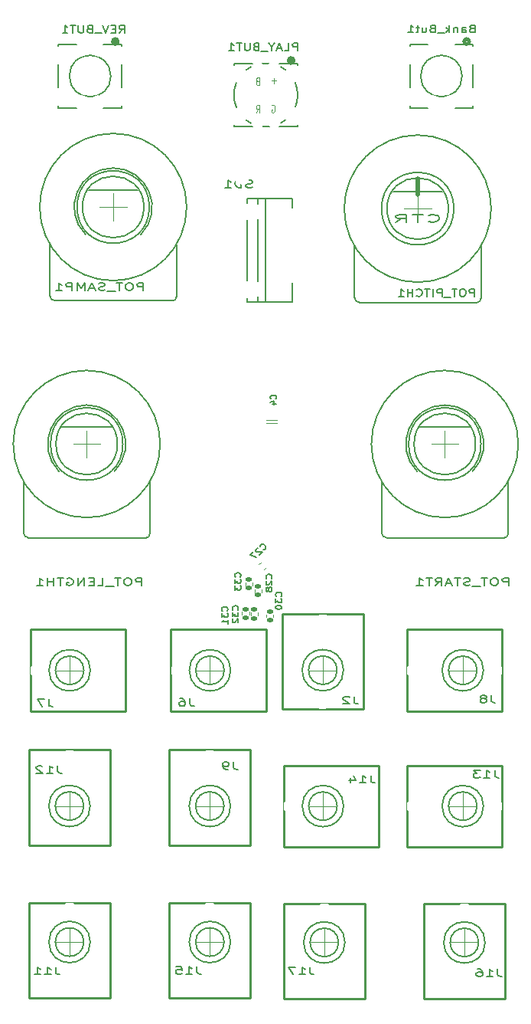
<source format=gbr>
G04 #@! TF.GenerationSoftware,KiCad,Pcbnew,8.0.5*
G04 #@! TF.CreationDate,2024-10-08T11:29:37-07:00*
G04 #@! TF.ProjectId,Sampler-built,53616d70-6c65-4722-9d62-75696c742e6b,rev?*
G04 #@! TF.SameCoordinates,PX815dad0PY77b6f90*
G04 #@! TF.FileFunction,Legend,Bot*
G04 #@! TF.FilePolarity,Positive*
%FSLAX46Y46*%
G04 Gerber Fmt 4.6, Leading zero omitted, Abs format (unit mm)*
G04 Created by KiCad (PCBNEW 8.0.5) date 2024-10-08 11:29:37*
%MOMM*%
%LPD*%
G01*
G04 APERTURE LIST*
G04 Aperture macros list*
%AMRoundRect*
0 Rectangle with rounded corners*
0 $1 Rounding radius*
0 $2 $3 $4 $5 $6 $7 $8 $9 X,Y pos of 4 corners*
0 Add a 4 corners polygon primitive as box body*
4,1,4,$2,$3,$4,$5,$6,$7,$8,$9,$2,$3,0*
0 Add four circle primitives for the rounded corners*
1,1,$1+$1,$2,$3*
1,1,$1+$1,$4,$5*
1,1,$1+$1,$6,$7*
1,1,$1+$1,$8,$9*
0 Add four rect primitives between the rounded corners*
20,1,$1+$1,$2,$3,$4,$5,0*
20,1,$1+$1,$4,$5,$6,$7,0*
20,1,$1+$1,$6,$7,$8,$9,0*
20,1,$1+$1,$8,$9,$2,$3,0*%
G04 Aperture macros list end*
%ADD10C,0.152400*%
%ADD11C,0.149860*%
%ADD12C,0.150000*%
%ADD13C,0.203200*%
%ADD14C,0.120000*%
%ADD15C,0.127000*%
%ADD16C,0.254000*%
%ADD17C,0.100000*%
%ADD18C,0.400000*%
%ADD19C,0.508000*%
%ADD20C,1.700000*%
%ADD21O,1.700000X1.700000*%
%ADD22R,1.700000X1.700000*%
%ADD23C,1.930400*%
%ADD24RoundRect,0.147500X-0.172500X0.147500X-0.172500X-0.147500X0.172500X-0.147500X0.172500X0.147500X0*%
%ADD25C,1.800000*%
%ADD26C,1.500000*%
%ADD27O,1.397000X1.092200*%
%ADD28O,1.524000X1.524000*%
%ADD29R,1.000000X1.000000*%
%ADD30C,2.540000*%
%ADD31RoundRect,0.147500X0.172500X-0.147500X0.172500X0.147500X-0.172500X0.147500X-0.172500X-0.147500X0*%
%ADD32RoundRect,0.147500X0.017678X-0.226274X0.226274X-0.017678X-0.017678X0.226274X-0.226274X0.017678X0*%
G04 APERTURE END LIST*
D10*
X7275620Y26385830D02*
X7275620Y25814402D01*
X7275620Y25814402D02*
X7333073Y25700116D01*
X7333073Y25700116D02*
X7447977Y25623925D01*
X7447977Y25623925D02*
X7620335Y25585830D01*
X7620335Y25585830D02*
X7735239Y25585830D01*
X6069120Y25585830D02*
X6758549Y25585830D01*
X6413835Y25585830D02*
X6413835Y26385830D01*
X6413835Y26385830D02*
X6528739Y26271545D01*
X6528739Y26271545D02*
X6643644Y26195354D01*
X6643644Y26195354D02*
X6758549Y26157259D01*
X5609501Y26309640D02*
X5552049Y26347735D01*
X5552049Y26347735D02*
X5437144Y26385830D01*
X5437144Y26385830D02*
X5149882Y26385830D01*
X5149882Y26385830D02*
X5034977Y26347735D01*
X5034977Y26347735D02*
X4977525Y26309640D01*
X4977525Y26309640D02*
X4920072Y26233449D01*
X4920072Y26233449D02*
X4920072Y26157259D01*
X4920072Y26157259D02*
X4977525Y26042973D01*
X4977525Y26042973D02*
X5666953Y25585830D01*
X5666953Y25585830D02*
X4920072Y25585830D01*
X35207760Y4135830D02*
X35207760Y3564402D01*
X35207760Y3564402D02*
X35265213Y3450116D01*
X35265213Y3450116D02*
X35380117Y3373925D01*
X35380117Y3373925D02*
X35552475Y3335830D01*
X35552475Y3335830D02*
X35667379Y3335830D01*
X34001260Y3335830D02*
X34690689Y3335830D01*
X34345975Y3335830D02*
X34345975Y4135830D01*
X34345975Y4135830D02*
X34460879Y4021545D01*
X34460879Y4021545D02*
X34575784Y3945354D01*
X34575784Y3945354D02*
X34690689Y3907259D01*
X33599093Y4135830D02*
X32794760Y4135830D01*
X32794760Y4135830D02*
X33311831Y3335830D01*
X55975620Y3925830D02*
X55975620Y3354402D01*
X55975620Y3354402D02*
X56033073Y3240116D01*
X56033073Y3240116D02*
X56147977Y3163925D01*
X56147977Y3163925D02*
X56320335Y3125830D01*
X56320335Y3125830D02*
X56435239Y3125830D01*
X54769120Y3125830D02*
X55458549Y3125830D01*
X55113835Y3125830D02*
X55113835Y3925830D01*
X55113835Y3925830D02*
X55228739Y3811545D01*
X55228739Y3811545D02*
X55343644Y3735354D01*
X55343644Y3735354D02*
X55458549Y3697259D01*
X53734977Y3925830D02*
X53964787Y3925830D01*
X53964787Y3925830D02*
X54079691Y3887735D01*
X54079691Y3887735D02*
X54137144Y3849640D01*
X54137144Y3849640D02*
X54252049Y3735354D01*
X54252049Y3735354D02*
X54309501Y3582973D01*
X54309501Y3582973D02*
X54309501Y3278211D01*
X54309501Y3278211D02*
X54252049Y3202021D01*
X54252049Y3202021D02*
X54194596Y3163925D01*
X54194596Y3163925D02*
X54079691Y3125830D01*
X54079691Y3125830D02*
X53849882Y3125830D01*
X53849882Y3125830D02*
X53734977Y3163925D01*
X53734977Y3163925D02*
X53677525Y3202021D01*
X53677525Y3202021D02*
X53620072Y3278211D01*
X53620072Y3278211D02*
X53620072Y3468687D01*
X53620072Y3468687D02*
X53677525Y3544878D01*
X53677525Y3544878D02*
X53734977Y3582973D01*
X53734977Y3582973D02*
X53849882Y3621068D01*
X53849882Y3621068D02*
X54079691Y3621068D01*
X54079691Y3621068D02*
X54194596Y3582973D01*
X54194596Y3582973D02*
X54252049Y3544878D01*
X54252049Y3544878D02*
X54309501Y3468687D01*
D11*
X32023892Y45111693D02*
X32055219Y45147374D01*
X32055219Y45147374D02*
X32086545Y45254417D01*
X32086545Y45254417D02*
X32086545Y45325779D01*
X32086545Y45325779D02*
X32055219Y45432822D01*
X32055219Y45432822D02*
X31992565Y45504184D01*
X31992565Y45504184D02*
X31929912Y45539865D01*
X31929912Y45539865D02*
X31804605Y45575546D01*
X31804605Y45575546D02*
X31710625Y45575546D01*
X31710625Y45575546D02*
X31585319Y45539865D01*
X31585319Y45539865D02*
X31522665Y45504184D01*
X31522665Y45504184D02*
X31460012Y45432822D01*
X31460012Y45432822D02*
X31428685Y45325779D01*
X31428685Y45325779D02*
X31428685Y45254417D01*
X31428685Y45254417D02*
X31460012Y45147374D01*
X31460012Y45147374D02*
X31491339Y45111693D01*
X31428685Y44861927D02*
X31428685Y44398074D01*
X31428685Y44398074D02*
X31679299Y44647841D01*
X31679299Y44647841D02*
X31679299Y44540798D01*
X31679299Y44540798D02*
X31710625Y44469436D01*
X31710625Y44469436D02*
X31741952Y44433755D01*
X31741952Y44433755D02*
X31804605Y44398074D01*
X31804605Y44398074D02*
X31961239Y44398074D01*
X31961239Y44398074D02*
X32023892Y44433755D01*
X32023892Y44433755D02*
X32055219Y44469436D01*
X32055219Y44469436D02*
X32086545Y44540798D01*
X32086545Y44540798D02*
X32086545Y44754884D01*
X32086545Y44754884D02*
X32055219Y44826246D01*
X32055219Y44826246D02*
X32023892Y44861927D01*
X31428685Y43934222D02*
X31428685Y43862860D01*
X31428685Y43862860D02*
X31460012Y43791498D01*
X31460012Y43791498D02*
X31491339Y43755817D01*
X31491339Y43755817D02*
X31553992Y43720136D01*
X31553992Y43720136D02*
X31679299Y43684455D01*
X31679299Y43684455D02*
X31835932Y43684455D01*
X31835932Y43684455D02*
X31961239Y43720136D01*
X31961239Y43720136D02*
X32023892Y43755817D01*
X32023892Y43755817D02*
X32055219Y43791498D01*
X32055219Y43791498D02*
X32086545Y43862860D01*
X32086545Y43862860D02*
X32086545Y43934222D01*
X32086545Y43934222D02*
X32055219Y44005584D01*
X32055219Y44005584D02*
X32023892Y44041265D01*
X32023892Y44041265D02*
X31961239Y44076946D01*
X31961239Y44076946D02*
X31835932Y44112627D01*
X31835932Y44112627D02*
X31679299Y44112627D01*
X31679299Y44112627D02*
X31553992Y44076946D01*
X31553992Y44076946D02*
X31491339Y44041265D01*
X31491339Y44041265D02*
X31460012Y44005584D01*
X31460012Y44005584D02*
X31428685Y43934222D01*
D12*
X53123333Y107837536D02*
X52980476Y107798831D01*
X52980476Y107798831D02*
X52932857Y107760127D01*
X52932857Y107760127D02*
X52885238Y107682717D01*
X52885238Y107682717D02*
X52885238Y107566603D01*
X52885238Y107566603D02*
X52932857Y107489193D01*
X52932857Y107489193D02*
X52980476Y107450488D01*
X52980476Y107450488D02*
X53075714Y107411784D01*
X53075714Y107411784D02*
X53456666Y107411784D01*
X53456666Y107411784D02*
X53456666Y108224584D01*
X53456666Y108224584D02*
X53123333Y108224584D01*
X53123333Y108224584D02*
X53028095Y108185879D01*
X53028095Y108185879D02*
X52980476Y108147174D01*
X52980476Y108147174D02*
X52932857Y108069765D01*
X52932857Y108069765D02*
X52932857Y107992355D01*
X52932857Y107992355D02*
X52980476Y107914946D01*
X52980476Y107914946D02*
X53028095Y107876241D01*
X53028095Y107876241D02*
X53123333Y107837536D01*
X53123333Y107837536D02*
X53456666Y107837536D01*
X52028095Y107411784D02*
X52028095Y107837536D01*
X52028095Y107837536D02*
X52075714Y107914946D01*
X52075714Y107914946D02*
X52170952Y107953650D01*
X52170952Y107953650D02*
X52361428Y107953650D01*
X52361428Y107953650D02*
X52456666Y107914946D01*
X52028095Y107450488D02*
X52123333Y107411784D01*
X52123333Y107411784D02*
X52361428Y107411784D01*
X52361428Y107411784D02*
X52456666Y107450488D01*
X52456666Y107450488D02*
X52504285Y107527898D01*
X52504285Y107527898D02*
X52504285Y107605308D01*
X52504285Y107605308D02*
X52456666Y107682717D01*
X52456666Y107682717D02*
X52361428Y107721422D01*
X52361428Y107721422D02*
X52123333Y107721422D01*
X52123333Y107721422D02*
X52028095Y107760127D01*
X51551904Y107953650D02*
X51551904Y107411784D01*
X51551904Y107876241D02*
X51504285Y107914946D01*
X51504285Y107914946D02*
X51409047Y107953650D01*
X51409047Y107953650D02*
X51266190Y107953650D01*
X51266190Y107953650D02*
X51170952Y107914946D01*
X51170952Y107914946D02*
X51123333Y107837536D01*
X51123333Y107837536D02*
X51123333Y107411784D01*
X50647142Y107411784D02*
X50647142Y108224584D01*
X50551904Y107721422D02*
X50266190Y107411784D01*
X50266190Y107953650D02*
X50647142Y107644012D01*
X50075714Y107334374D02*
X49313809Y107334374D01*
X48742380Y107837536D02*
X48599523Y107798831D01*
X48599523Y107798831D02*
X48551904Y107760127D01*
X48551904Y107760127D02*
X48504285Y107682717D01*
X48504285Y107682717D02*
X48504285Y107566603D01*
X48504285Y107566603D02*
X48551904Y107489193D01*
X48551904Y107489193D02*
X48599523Y107450488D01*
X48599523Y107450488D02*
X48694761Y107411784D01*
X48694761Y107411784D02*
X49075713Y107411784D01*
X49075713Y107411784D02*
X49075713Y108224584D01*
X49075713Y108224584D02*
X48742380Y108224584D01*
X48742380Y108224584D02*
X48647142Y108185879D01*
X48647142Y108185879D02*
X48599523Y108147174D01*
X48599523Y108147174D02*
X48551904Y108069765D01*
X48551904Y108069765D02*
X48551904Y107992355D01*
X48551904Y107992355D02*
X48599523Y107914946D01*
X48599523Y107914946D02*
X48647142Y107876241D01*
X48647142Y107876241D02*
X48742380Y107837536D01*
X48742380Y107837536D02*
X49075713Y107837536D01*
X47647142Y107953650D02*
X47647142Y107411784D01*
X48075713Y107953650D02*
X48075713Y107527898D01*
X48075713Y107527898D02*
X48028094Y107450488D01*
X48028094Y107450488D02*
X47932856Y107411784D01*
X47932856Y107411784D02*
X47789999Y107411784D01*
X47789999Y107411784D02*
X47694761Y107450488D01*
X47694761Y107450488D02*
X47647142Y107489193D01*
X47313808Y107953650D02*
X46932856Y107953650D01*
X47170951Y108224584D02*
X47170951Y107527898D01*
X47170951Y107527898D02*
X47123332Y107450488D01*
X47123332Y107450488D02*
X47028094Y107411784D01*
X47028094Y107411784D02*
X46932856Y107411784D01*
X46075713Y107411784D02*
X46647141Y107411784D01*
X46361427Y107411784D02*
X46361427Y108224584D01*
X46361427Y108224584D02*
X46456665Y108108469D01*
X46456665Y108108469D02*
X46551903Y108031060D01*
X46551903Y108031060D02*
X46647141Y107992355D01*
X28817581Y90320332D02*
X28646153Y90281628D01*
X28646153Y90281628D02*
X28360438Y90281628D01*
X28360438Y90281628D02*
X28246153Y90320332D01*
X28246153Y90320332D02*
X28189010Y90359037D01*
X28189010Y90359037D02*
X28131867Y90436447D01*
X28131867Y90436447D02*
X28131867Y90513856D01*
X28131867Y90513856D02*
X28189010Y90591266D01*
X28189010Y90591266D02*
X28246153Y90629971D01*
X28246153Y90629971D02*
X28360438Y90668675D01*
X28360438Y90668675D02*
X28589010Y90707380D01*
X28589010Y90707380D02*
X28703295Y90746085D01*
X28703295Y90746085D02*
X28760438Y90784790D01*
X28760438Y90784790D02*
X28817581Y90862199D01*
X28817581Y90862199D02*
X28817581Y90939609D01*
X28817581Y90939609D02*
X28760438Y91017018D01*
X28760438Y91017018D02*
X28703295Y91055723D01*
X28703295Y91055723D02*
X28589010Y91094428D01*
X28589010Y91094428D02*
X28303295Y91094428D01*
X28303295Y91094428D02*
X28131867Y91055723D01*
X27617581Y90281628D02*
X27617581Y91094428D01*
X27617581Y91094428D02*
X27331867Y91094428D01*
X27331867Y91094428D02*
X27160438Y91055723D01*
X27160438Y91055723D02*
X27046153Y90978313D01*
X27046153Y90978313D02*
X26989010Y90900904D01*
X26989010Y90900904D02*
X26931867Y90746085D01*
X26931867Y90746085D02*
X26931867Y90629971D01*
X26931867Y90629971D02*
X26989010Y90475152D01*
X26989010Y90475152D02*
X27046153Y90397742D01*
X27046153Y90397742D02*
X27160438Y90320332D01*
X27160438Y90320332D02*
X27331867Y90281628D01*
X27331867Y90281628D02*
X27617581Y90281628D01*
X25789010Y90281628D02*
X26474724Y90281628D01*
X26131867Y90281628D02*
X26131867Y91094428D01*
X26131867Y91094428D02*
X26246153Y90978313D01*
X26246153Y90978313D02*
X26360438Y90900904D01*
X26360438Y90900904D02*
X26474724Y90862199D01*
X31410997Y66918334D02*
X31441950Y66949286D01*
X31441950Y66949286D02*
X31472902Y67042144D01*
X31472902Y67042144D02*
X31472902Y67104048D01*
X31472902Y67104048D02*
X31441950Y67196905D01*
X31441950Y67196905D02*
X31380045Y67258810D01*
X31380045Y67258810D02*
X31318140Y67289763D01*
X31318140Y67289763D02*
X31194330Y67320715D01*
X31194330Y67320715D02*
X31101473Y67320715D01*
X31101473Y67320715D02*
X30977664Y67289763D01*
X30977664Y67289763D02*
X30915759Y67258810D01*
X30915759Y67258810D02*
X30853854Y67196905D01*
X30853854Y67196905D02*
X30822902Y67104048D01*
X30822902Y67104048D02*
X30822902Y67042144D01*
X30822902Y67042144D02*
X30853854Y66949286D01*
X30853854Y66949286D02*
X30884807Y66918334D01*
X31039569Y66361191D02*
X31472902Y66361191D01*
X30791950Y66515953D02*
X31256235Y66670715D01*
X31256235Y66670715D02*
X31256235Y66268334D01*
D10*
X16602904Y46316421D02*
X16602904Y47129221D01*
X16602904Y47129221D02*
X16143285Y47129221D01*
X16143285Y47129221D02*
X16028380Y47090516D01*
X16028380Y47090516D02*
X15970927Y47051811D01*
X15970927Y47051811D02*
X15913475Y46974402D01*
X15913475Y46974402D02*
X15913475Y46858287D01*
X15913475Y46858287D02*
X15970927Y46780878D01*
X15970927Y46780878D02*
X16028380Y46742173D01*
X16028380Y46742173D02*
X16143285Y46703468D01*
X16143285Y46703468D02*
X16602904Y46703468D01*
X15166594Y47129221D02*
X14936785Y47129221D01*
X14936785Y47129221D02*
X14821880Y47090516D01*
X14821880Y47090516D02*
X14706975Y47013106D01*
X14706975Y47013106D02*
X14649523Y46858287D01*
X14649523Y46858287D02*
X14649523Y46587354D01*
X14649523Y46587354D02*
X14706975Y46432535D01*
X14706975Y46432535D02*
X14821880Y46355125D01*
X14821880Y46355125D02*
X14936785Y46316421D01*
X14936785Y46316421D02*
X15166594Y46316421D01*
X15166594Y46316421D02*
X15281499Y46355125D01*
X15281499Y46355125D02*
X15396404Y46432535D01*
X15396404Y46432535D02*
X15453856Y46587354D01*
X15453856Y46587354D02*
X15453856Y46858287D01*
X15453856Y46858287D02*
X15396404Y47013106D01*
X15396404Y47013106D02*
X15281499Y47090516D01*
X15281499Y47090516D02*
X15166594Y47129221D01*
X14304809Y47129221D02*
X13615380Y47129221D01*
X13960094Y46316421D02*
X13960094Y47129221D01*
X13500476Y46239011D02*
X12581237Y46239011D01*
X11719452Y46316421D02*
X12293976Y46316421D01*
X12293976Y46316421D02*
X12293976Y47129221D01*
X11317286Y46742173D02*
X10915119Y46742173D01*
X10742762Y46316421D02*
X11317286Y46316421D01*
X11317286Y46316421D02*
X11317286Y47129221D01*
X11317286Y47129221D02*
X10742762Y47129221D01*
X10225691Y46316421D02*
X10225691Y47129221D01*
X10225691Y47129221D02*
X9536262Y46316421D01*
X9536262Y46316421D02*
X9536262Y47129221D01*
X8329762Y47090516D02*
X8444667Y47129221D01*
X8444667Y47129221D02*
X8617024Y47129221D01*
X8617024Y47129221D02*
X8789381Y47090516D01*
X8789381Y47090516D02*
X8904286Y47013106D01*
X8904286Y47013106D02*
X8961739Y46935697D01*
X8961739Y46935697D02*
X9019191Y46780878D01*
X9019191Y46780878D02*
X9019191Y46664764D01*
X9019191Y46664764D02*
X8961739Y46509945D01*
X8961739Y46509945D02*
X8904286Y46432535D01*
X8904286Y46432535D02*
X8789381Y46355125D01*
X8789381Y46355125D02*
X8617024Y46316421D01*
X8617024Y46316421D02*
X8502120Y46316421D01*
X8502120Y46316421D02*
X8329762Y46355125D01*
X8329762Y46355125D02*
X8272310Y46393830D01*
X8272310Y46393830D02*
X8272310Y46664764D01*
X8272310Y46664764D02*
X8502120Y46664764D01*
X7927596Y47129221D02*
X7238167Y47129221D01*
X7582881Y46316421D02*
X7582881Y47129221D01*
X6836001Y46316421D02*
X6836001Y47129221D01*
X6836001Y46742173D02*
X6146572Y46742173D01*
X6146572Y46316421D02*
X6146572Y47129221D01*
X4940072Y46316421D02*
X5629501Y46316421D01*
X5284787Y46316421D02*
X5284787Y47129221D01*
X5284787Y47129221D02*
X5399691Y47013106D01*
X5399691Y47013106D02*
X5514596Y46935697D01*
X5514596Y46935697D02*
X5629501Y46896992D01*
X40086572Y34040197D02*
X40086572Y33459625D01*
X40086572Y33459625D02*
X40144025Y33343511D01*
X40144025Y33343511D02*
X40258929Y33266101D01*
X40258929Y33266101D02*
X40431287Y33227397D01*
X40431287Y33227397D02*
X40546191Y33227397D01*
X39569501Y33962787D02*
X39512049Y34001492D01*
X39512049Y34001492D02*
X39397144Y34040197D01*
X39397144Y34040197D02*
X39109882Y34040197D01*
X39109882Y34040197D02*
X38994977Y34001492D01*
X38994977Y34001492D02*
X38937525Y33962787D01*
X38937525Y33962787D02*
X38880072Y33885378D01*
X38880072Y33885378D02*
X38880072Y33807968D01*
X38880072Y33807968D02*
X38937525Y33691854D01*
X38937525Y33691854D02*
X39626953Y33227397D01*
X39626953Y33227397D02*
X38880072Y33227397D01*
D12*
X53390112Y78246296D02*
X53390112Y79059096D01*
X53390112Y79059096D02*
X53009160Y79059096D01*
X53009160Y79059096D02*
X52913922Y79020391D01*
X52913922Y79020391D02*
X52866303Y78981686D01*
X52866303Y78981686D02*
X52818684Y78904277D01*
X52818684Y78904277D02*
X52818684Y78788162D01*
X52818684Y78788162D02*
X52866303Y78710753D01*
X52866303Y78710753D02*
X52913922Y78672048D01*
X52913922Y78672048D02*
X53009160Y78633343D01*
X53009160Y78633343D02*
X53390112Y78633343D01*
X52199636Y79059096D02*
X52009160Y79059096D01*
X52009160Y79059096D02*
X51913922Y79020391D01*
X51913922Y79020391D02*
X51818684Y78942981D01*
X51818684Y78942981D02*
X51771065Y78788162D01*
X51771065Y78788162D02*
X51771065Y78517229D01*
X51771065Y78517229D02*
X51818684Y78362410D01*
X51818684Y78362410D02*
X51913922Y78285000D01*
X51913922Y78285000D02*
X52009160Y78246296D01*
X52009160Y78246296D02*
X52199636Y78246296D01*
X52199636Y78246296D02*
X52294874Y78285000D01*
X52294874Y78285000D02*
X52390112Y78362410D01*
X52390112Y78362410D02*
X52437731Y78517229D01*
X52437731Y78517229D02*
X52437731Y78788162D01*
X52437731Y78788162D02*
X52390112Y78942981D01*
X52390112Y78942981D02*
X52294874Y79020391D01*
X52294874Y79020391D02*
X52199636Y79059096D01*
X51485350Y79059096D02*
X50913922Y79059096D01*
X51199636Y78246296D02*
X51199636Y79059096D01*
X50818684Y78168886D02*
X50056779Y78168886D01*
X49818683Y78246296D02*
X49818683Y79059096D01*
X49818683Y79059096D02*
X49437731Y79059096D01*
X49437731Y79059096D02*
X49342493Y79020391D01*
X49342493Y79020391D02*
X49294874Y78981686D01*
X49294874Y78981686D02*
X49247255Y78904277D01*
X49247255Y78904277D02*
X49247255Y78788162D01*
X49247255Y78788162D02*
X49294874Y78710753D01*
X49294874Y78710753D02*
X49342493Y78672048D01*
X49342493Y78672048D02*
X49437731Y78633343D01*
X49437731Y78633343D02*
X49818683Y78633343D01*
X48818683Y78246296D02*
X48818683Y79059096D01*
X48485350Y79059096D02*
X47913922Y79059096D01*
X48199636Y78246296D02*
X48199636Y79059096D01*
X47009160Y78323705D02*
X47056779Y78285000D01*
X47056779Y78285000D02*
X47199636Y78246296D01*
X47199636Y78246296D02*
X47294874Y78246296D01*
X47294874Y78246296D02*
X47437731Y78285000D01*
X47437731Y78285000D02*
X47532969Y78362410D01*
X47532969Y78362410D02*
X47580588Y78439820D01*
X47580588Y78439820D02*
X47628207Y78594639D01*
X47628207Y78594639D02*
X47628207Y78710753D01*
X47628207Y78710753D02*
X47580588Y78865572D01*
X47580588Y78865572D02*
X47532969Y78942981D01*
X47532969Y78942981D02*
X47437731Y79020391D01*
X47437731Y79020391D02*
X47294874Y79059096D01*
X47294874Y79059096D02*
X47199636Y79059096D01*
X47199636Y79059096D02*
X47056779Y79020391D01*
X47056779Y79020391D02*
X47009160Y78981686D01*
X46580588Y78246296D02*
X46580588Y79059096D01*
X46580588Y78672048D02*
X46009160Y78672048D01*
X46009160Y78246296D02*
X46009160Y79059096D01*
X45009160Y78246296D02*
X45580588Y78246296D01*
X45294874Y78246296D02*
X45294874Y79059096D01*
X45294874Y79059096D02*
X45390112Y78942981D01*
X45390112Y78942981D02*
X45485350Y78865572D01*
X45485350Y78865572D02*
X45580588Y78826867D01*
D13*
X48297790Y86534282D02*
X48394552Y86495577D01*
X48394552Y86495577D02*
X48684838Y86456873D01*
X48684838Y86456873D02*
X48878362Y86456873D01*
X48878362Y86456873D02*
X49168647Y86495577D01*
X49168647Y86495577D02*
X49362171Y86572987D01*
X49362171Y86572987D02*
X49458933Y86650397D01*
X49458933Y86650397D02*
X49555695Y86805216D01*
X49555695Y86805216D02*
X49555695Y86921330D01*
X49555695Y86921330D02*
X49458933Y87076149D01*
X49458933Y87076149D02*
X49362171Y87153558D01*
X49362171Y87153558D02*
X49168647Y87230968D01*
X49168647Y87230968D02*
X48878362Y87269673D01*
X48878362Y87269673D02*
X48684838Y87269673D01*
X48684838Y87269673D02*
X48394552Y87230968D01*
X48394552Y87230968D02*
X48297790Y87192263D01*
X47717219Y87269673D02*
X46556076Y87269673D01*
X47136647Y86456873D02*
X47136647Y87269673D01*
X44717600Y86456873D02*
X45394933Y86843920D01*
X45878743Y86456873D02*
X45878743Y87269673D01*
X45878743Y87269673D02*
X45104648Y87269673D01*
X45104648Y87269673D02*
X44911124Y87230968D01*
X44911124Y87230968D02*
X44814362Y87192263D01*
X44814362Y87192263D02*
X44717600Y87114854D01*
X44717600Y87114854D02*
X44717600Y86998739D01*
X44717600Y86998739D02*
X44814362Y86921330D01*
X44814362Y86921330D02*
X44911124Y86882625D01*
X44911124Y86882625D02*
X45104648Y86843920D01*
X45104648Y86843920D02*
X45878743Y86843920D01*
D10*
X6306408Y33742355D02*
X6306408Y33161783D01*
X6306408Y33161783D02*
X6363861Y33045669D01*
X6363861Y33045669D02*
X6478765Y32968259D01*
X6478765Y32968259D02*
X6651123Y32929555D01*
X6651123Y32929555D02*
X6766027Y32929555D01*
X5846789Y33742355D02*
X5042456Y33742355D01*
X5042456Y33742355D02*
X5559527Y32929555D01*
D11*
X27223892Y43621693D02*
X27255219Y43657374D01*
X27255219Y43657374D02*
X27286545Y43764417D01*
X27286545Y43764417D02*
X27286545Y43835779D01*
X27286545Y43835779D02*
X27255219Y43942822D01*
X27255219Y43942822D02*
X27192565Y44014184D01*
X27192565Y44014184D02*
X27129912Y44049865D01*
X27129912Y44049865D02*
X27004605Y44085546D01*
X27004605Y44085546D02*
X26910625Y44085546D01*
X26910625Y44085546D02*
X26785319Y44049865D01*
X26785319Y44049865D02*
X26722665Y44014184D01*
X26722665Y44014184D02*
X26660012Y43942822D01*
X26660012Y43942822D02*
X26628685Y43835779D01*
X26628685Y43835779D02*
X26628685Y43764417D01*
X26628685Y43764417D02*
X26660012Y43657374D01*
X26660012Y43657374D02*
X26691339Y43621693D01*
X26628685Y43371927D02*
X26628685Y42908074D01*
X26628685Y42908074D02*
X26879299Y43157841D01*
X26879299Y43157841D02*
X26879299Y43050798D01*
X26879299Y43050798D02*
X26910625Y42979436D01*
X26910625Y42979436D02*
X26941952Y42943755D01*
X26941952Y42943755D02*
X27004605Y42908074D01*
X27004605Y42908074D02*
X27161239Y42908074D01*
X27161239Y42908074D02*
X27223892Y42943755D01*
X27223892Y42943755D02*
X27255219Y42979436D01*
X27255219Y42979436D02*
X27286545Y43050798D01*
X27286545Y43050798D02*
X27286545Y43264884D01*
X27286545Y43264884D02*
X27255219Y43336246D01*
X27255219Y43336246D02*
X27223892Y43371927D01*
X26691339Y42622627D02*
X26660012Y42586946D01*
X26660012Y42586946D02*
X26628685Y42515584D01*
X26628685Y42515584D02*
X26628685Y42337179D01*
X26628685Y42337179D02*
X26660012Y42265817D01*
X26660012Y42265817D02*
X26691339Y42230136D01*
X26691339Y42230136D02*
X26753992Y42194455D01*
X26753992Y42194455D02*
X26816645Y42194455D01*
X26816645Y42194455D02*
X26910625Y42230136D01*
X26910625Y42230136D02*
X27286545Y42658308D01*
X27286545Y42658308D02*
X27286545Y42194455D01*
D10*
X21929408Y33817355D02*
X21929408Y33236783D01*
X21929408Y33236783D02*
X21986861Y33120669D01*
X21986861Y33120669D02*
X22101765Y33043259D01*
X22101765Y33043259D02*
X22274123Y33004555D01*
X22274123Y33004555D02*
X22389027Y33004555D01*
X20837813Y33817355D02*
X21067623Y33817355D01*
X21067623Y33817355D02*
X21182527Y33778650D01*
X21182527Y33778650D02*
X21239980Y33739945D01*
X21239980Y33739945D02*
X21354885Y33623831D01*
X21354885Y33623831D02*
X21412337Y33469012D01*
X21412337Y33469012D02*
X21412337Y33159374D01*
X21412337Y33159374D02*
X21354885Y33081964D01*
X21354885Y33081964D02*
X21297432Y33043259D01*
X21297432Y33043259D02*
X21182527Y33004555D01*
X21182527Y33004555D02*
X20952718Y33004555D01*
X20952718Y33004555D02*
X20837813Y33043259D01*
X20837813Y33043259D02*
X20780361Y33081964D01*
X20780361Y33081964D02*
X20722908Y33159374D01*
X20722908Y33159374D02*
X20722908Y33352898D01*
X20722908Y33352898D02*
X20780361Y33430307D01*
X20780361Y33430307D02*
X20837813Y33469012D01*
X20837813Y33469012D02*
X20952718Y33507717D01*
X20952718Y33507717D02*
X21182527Y33507717D01*
X21182527Y33507717D02*
X21297432Y33469012D01*
X21297432Y33469012D02*
X21354885Y33430307D01*
X21354885Y33430307D02*
X21412337Y33352898D01*
X22705620Y4205830D02*
X22705620Y3634402D01*
X22705620Y3634402D02*
X22763073Y3520116D01*
X22763073Y3520116D02*
X22877977Y3443925D01*
X22877977Y3443925D02*
X23050335Y3405830D01*
X23050335Y3405830D02*
X23165239Y3405830D01*
X21499120Y3405830D02*
X22188549Y3405830D01*
X21843835Y3405830D02*
X21843835Y4205830D01*
X21843835Y4205830D02*
X21958739Y4091545D01*
X21958739Y4091545D02*
X22073644Y4015354D01*
X22073644Y4015354D02*
X22188549Y3977259D01*
X20407525Y4205830D02*
X20982049Y4205830D01*
X20982049Y4205830D02*
X21039501Y3824878D01*
X21039501Y3824878D02*
X20982049Y3862973D01*
X20982049Y3862973D02*
X20867144Y3901068D01*
X20867144Y3901068D02*
X20579882Y3901068D01*
X20579882Y3901068D02*
X20464977Y3862973D01*
X20464977Y3862973D02*
X20407525Y3824878D01*
X20407525Y3824878D02*
X20350072Y3748687D01*
X20350072Y3748687D02*
X20350072Y3558211D01*
X20350072Y3558211D02*
X20407525Y3482021D01*
X20407525Y3482021D02*
X20464977Y3443925D01*
X20464977Y3443925D02*
X20579882Y3405830D01*
X20579882Y3405830D02*
X20867144Y3405830D01*
X20867144Y3405830D02*
X20982049Y3443925D01*
X20982049Y3443925D02*
X21039501Y3482021D01*
D12*
X14113333Y107381784D02*
X14446666Y107768831D01*
X14684761Y107381784D02*
X14684761Y108194584D01*
X14684761Y108194584D02*
X14303809Y108194584D01*
X14303809Y108194584D02*
X14208571Y108155879D01*
X14208571Y108155879D02*
X14160952Y108117174D01*
X14160952Y108117174D02*
X14113333Y108039765D01*
X14113333Y108039765D02*
X14113333Y107923650D01*
X14113333Y107923650D02*
X14160952Y107846241D01*
X14160952Y107846241D02*
X14208571Y107807536D01*
X14208571Y107807536D02*
X14303809Y107768831D01*
X14303809Y107768831D02*
X14684761Y107768831D01*
X13684761Y107807536D02*
X13351428Y107807536D01*
X13208571Y107381784D02*
X13684761Y107381784D01*
X13684761Y107381784D02*
X13684761Y108194584D01*
X13684761Y108194584D02*
X13208571Y108194584D01*
X12922856Y108194584D02*
X12589523Y107381784D01*
X12589523Y107381784D02*
X12256190Y108194584D01*
X12160952Y107304374D02*
X11399047Y107304374D01*
X10827618Y107807536D02*
X10684761Y107768831D01*
X10684761Y107768831D02*
X10637142Y107730127D01*
X10637142Y107730127D02*
X10589523Y107652717D01*
X10589523Y107652717D02*
X10589523Y107536603D01*
X10589523Y107536603D02*
X10637142Y107459193D01*
X10637142Y107459193D02*
X10684761Y107420488D01*
X10684761Y107420488D02*
X10779999Y107381784D01*
X10779999Y107381784D02*
X11160951Y107381784D01*
X11160951Y107381784D02*
X11160951Y108194584D01*
X11160951Y108194584D02*
X10827618Y108194584D01*
X10827618Y108194584D02*
X10732380Y108155879D01*
X10732380Y108155879D02*
X10684761Y108117174D01*
X10684761Y108117174D02*
X10637142Y108039765D01*
X10637142Y108039765D02*
X10637142Y107962355D01*
X10637142Y107962355D02*
X10684761Y107884946D01*
X10684761Y107884946D02*
X10732380Y107846241D01*
X10732380Y107846241D02*
X10827618Y107807536D01*
X10827618Y107807536D02*
X11160951Y107807536D01*
X10160951Y108194584D02*
X10160951Y107536603D01*
X10160951Y107536603D02*
X10113332Y107459193D01*
X10113332Y107459193D02*
X10065713Y107420488D01*
X10065713Y107420488D02*
X9970475Y107381784D01*
X9970475Y107381784D02*
X9779999Y107381784D01*
X9779999Y107381784D02*
X9684761Y107420488D01*
X9684761Y107420488D02*
X9637142Y107459193D01*
X9637142Y107459193D02*
X9589523Y107536603D01*
X9589523Y107536603D02*
X9589523Y108194584D01*
X9256189Y108194584D02*
X8684761Y108194584D01*
X8970475Y107381784D02*
X8970475Y108194584D01*
X7827618Y107381784D02*
X8399046Y107381784D01*
X8113332Y107381784D02*
X8113332Y108194584D01*
X8113332Y108194584D02*
X8208570Y108078469D01*
X8208570Y108078469D02*
X8303808Y108001060D01*
X8303808Y108001060D02*
X8399046Y107962355D01*
D11*
X30933892Y47091693D02*
X30965219Y47127374D01*
X30965219Y47127374D02*
X30996545Y47234417D01*
X30996545Y47234417D02*
X30996545Y47305779D01*
X30996545Y47305779D02*
X30965219Y47412822D01*
X30965219Y47412822D02*
X30902565Y47484184D01*
X30902565Y47484184D02*
X30839912Y47519865D01*
X30839912Y47519865D02*
X30714605Y47555546D01*
X30714605Y47555546D02*
X30620625Y47555546D01*
X30620625Y47555546D02*
X30495319Y47519865D01*
X30495319Y47519865D02*
X30432665Y47484184D01*
X30432665Y47484184D02*
X30370012Y47412822D01*
X30370012Y47412822D02*
X30338685Y47305779D01*
X30338685Y47305779D02*
X30338685Y47234417D01*
X30338685Y47234417D02*
X30370012Y47127374D01*
X30370012Y47127374D02*
X30401339Y47091693D01*
X30401339Y46806246D02*
X30370012Y46770565D01*
X30370012Y46770565D02*
X30338685Y46699203D01*
X30338685Y46699203D02*
X30338685Y46520798D01*
X30338685Y46520798D02*
X30370012Y46449436D01*
X30370012Y46449436D02*
X30401339Y46413755D01*
X30401339Y46413755D02*
X30463992Y46378074D01*
X30463992Y46378074D02*
X30526645Y46378074D01*
X30526645Y46378074D02*
X30620625Y46413755D01*
X30620625Y46413755D02*
X30996545Y46841927D01*
X30996545Y46841927D02*
X30996545Y46378074D01*
X30620625Y45949903D02*
X30589299Y46021265D01*
X30589299Y46021265D02*
X30557972Y46056946D01*
X30557972Y46056946D02*
X30495319Y46092627D01*
X30495319Y46092627D02*
X30463992Y46092627D01*
X30463992Y46092627D02*
X30401339Y46056946D01*
X30401339Y46056946D02*
X30370012Y46021265D01*
X30370012Y46021265D02*
X30338685Y45949903D01*
X30338685Y45949903D02*
X30338685Y45807179D01*
X30338685Y45807179D02*
X30370012Y45735817D01*
X30370012Y45735817D02*
X30401339Y45700136D01*
X30401339Y45700136D02*
X30463992Y45664455D01*
X30463992Y45664455D02*
X30495319Y45664455D01*
X30495319Y45664455D02*
X30557972Y45700136D01*
X30557972Y45700136D02*
X30589299Y45735817D01*
X30589299Y45735817D02*
X30620625Y45807179D01*
X30620625Y45807179D02*
X30620625Y45949903D01*
X30620625Y45949903D02*
X30651952Y46021265D01*
X30651952Y46021265D02*
X30683279Y46056946D01*
X30683279Y46056946D02*
X30745932Y46092627D01*
X30745932Y46092627D02*
X30871239Y46092627D01*
X30871239Y46092627D02*
X30933892Y46056946D01*
X30933892Y46056946D02*
X30965219Y46021265D01*
X30965219Y46021265D02*
X30996545Y45949903D01*
X30996545Y45949903D02*
X30996545Y45807179D01*
X30996545Y45807179D02*
X30965219Y45735817D01*
X30965219Y45735817D02*
X30933892Y45700136D01*
X30933892Y45700136D02*
X30871239Y45664455D01*
X30871239Y45664455D02*
X30745932Y45664455D01*
X30745932Y45664455D02*
X30683279Y45700136D01*
X30683279Y45700136D02*
X30651952Y45735817D01*
X30651952Y45735817D02*
X30620625Y45807179D01*
X27494040Y47258293D02*
X27525367Y47293974D01*
X27525367Y47293974D02*
X27556693Y47401017D01*
X27556693Y47401017D02*
X27556693Y47472379D01*
X27556693Y47472379D02*
X27525367Y47579422D01*
X27525367Y47579422D02*
X27462713Y47650784D01*
X27462713Y47650784D02*
X27400060Y47686465D01*
X27400060Y47686465D02*
X27274753Y47722146D01*
X27274753Y47722146D02*
X27180773Y47722146D01*
X27180773Y47722146D02*
X27055467Y47686465D01*
X27055467Y47686465D02*
X26992813Y47650784D01*
X26992813Y47650784D02*
X26930160Y47579422D01*
X26930160Y47579422D02*
X26898833Y47472379D01*
X26898833Y47472379D02*
X26898833Y47401017D01*
X26898833Y47401017D02*
X26930160Y47293974D01*
X26930160Y47293974D02*
X26961487Y47258293D01*
X26898833Y47008527D02*
X26898833Y46544674D01*
X26898833Y46544674D02*
X27149447Y46794441D01*
X27149447Y46794441D02*
X27149447Y46687398D01*
X27149447Y46687398D02*
X27180773Y46616036D01*
X27180773Y46616036D02*
X27212100Y46580355D01*
X27212100Y46580355D02*
X27274753Y46544674D01*
X27274753Y46544674D02*
X27431387Y46544674D01*
X27431387Y46544674D02*
X27494040Y46580355D01*
X27494040Y46580355D02*
X27525367Y46616036D01*
X27525367Y46616036D02*
X27556693Y46687398D01*
X27556693Y46687398D02*
X27556693Y46901484D01*
X27556693Y46901484D02*
X27525367Y46972846D01*
X27525367Y46972846D02*
X27494040Y47008527D01*
X26898833Y46294908D02*
X26898833Y45831055D01*
X26898833Y45831055D02*
X27149447Y46080822D01*
X27149447Y46080822D02*
X27149447Y45973779D01*
X27149447Y45973779D02*
X27180773Y45902417D01*
X27180773Y45902417D02*
X27212100Y45866736D01*
X27212100Y45866736D02*
X27274753Y45831055D01*
X27274753Y45831055D02*
X27431387Y45831055D01*
X27431387Y45831055D02*
X27494040Y45866736D01*
X27494040Y45866736D02*
X27525367Y45902417D01*
X27525367Y45902417D02*
X27556693Y45973779D01*
X27556693Y45973779D02*
X27556693Y46187865D01*
X27556693Y46187865D02*
X27525367Y46259227D01*
X27525367Y46259227D02*
X27494040Y46294908D01*
D10*
X26747760Y26800197D02*
X26747760Y26219625D01*
X26747760Y26219625D02*
X26805213Y26103511D01*
X26805213Y26103511D02*
X26920117Y26026101D01*
X26920117Y26026101D02*
X27092475Y25987397D01*
X27092475Y25987397D02*
X27207379Y25987397D01*
X26115784Y25987397D02*
X25885975Y25987397D01*
X25885975Y25987397D02*
X25771070Y26026101D01*
X25771070Y26026101D02*
X25713618Y26064806D01*
X25713618Y26064806D02*
X25598713Y26180921D01*
X25598713Y26180921D02*
X25541260Y26335740D01*
X25541260Y26335740D02*
X25541260Y26645378D01*
X25541260Y26645378D02*
X25598713Y26722787D01*
X25598713Y26722787D02*
X25656165Y26761492D01*
X25656165Y26761492D02*
X25771070Y26800197D01*
X25771070Y26800197D02*
X26000879Y26800197D01*
X26000879Y26800197D02*
X26115784Y26761492D01*
X26115784Y26761492D02*
X26173237Y26722787D01*
X26173237Y26722787D02*
X26230689Y26645378D01*
X26230689Y26645378D02*
X26230689Y26451854D01*
X26230689Y26451854D02*
X26173237Y26374444D01*
X26173237Y26374444D02*
X26115784Y26335740D01*
X26115784Y26335740D02*
X26000879Y26297035D01*
X26000879Y26297035D02*
X25771070Y26297035D01*
X25771070Y26297035D02*
X25656165Y26335740D01*
X25656165Y26335740D02*
X25598713Y26374444D01*
X25598713Y26374444D02*
X25541260Y26451854D01*
D12*
X55247255Y34165705D02*
X55247255Y33594277D01*
X55247255Y33594277D02*
X55304398Y33479991D01*
X55304398Y33479991D02*
X55418684Y33403800D01*
X55418684Y33403800D02*
X55590112Y33365705D01*
X55590112Y33365705D02*
X55704398Y33365705D01*
X54504398Y33822848D02*
X54618683Y33860943D01*
X54618683Y33860943D02*
X54675826Y33899039D01*
X54675826Y33899039D02*
X54732969Y33975229D01*
X54732969Y33975229D02*
X54732969Y34013324D01*
X54732969Y34013324D02*
X54675826Y34089515D01*
X54675826Y34089515D02*
X54618683Y34127610D01*
X54618683Y34127610D02*
X54504398Y34165705D01*
X54504398Y34165705D02*
X54275826Y34165705D01*
X54275826Y34165705D02*
X54161541Y34127610D01*
X54161541Y34127610D02*
X54104398Y34089515D01*
X54104398Y34089515D02*
X54047255Y34013324D01*
X54047255Y34013324D02*
X54047255Y33975229D01*
X54047255Y33975229D02*
X54104398Y33899039D01*
X54104398Y33899039D02*
X54161541Y33860943D01*
X54161541Y33860943D02*
X54275826Y33822848D01*
X54275826Y33822848D02*
X54504398Y33822848D01*
X54504398Y33822848D02*
X54618683Y33784753D01*
X54618683Y33784753D02*
X54675826Y33746658D01*
X54675826Y33746658D02*
X54732969Y33670467D01*
X54732969Y33670467D02*
X54732969Y33518086D01*
X54732969Y33518086D02*
X54675826Y33441896D01*
X54675826Y33441896D02*
X54618683Y33403800D01*
X54618683Y33403800D02*
X54504398Y33365705D01*
X54504398Y33365705D02*
X54275826Y33365705D01*
X54275826Y33365705D02*
X54161541Y33403800D01*
X54161541Y33403800D02*
X54104398Y33441896D01*
X54104398Y33441896D02*
X54047255Y33518086D01*
X54047255Y33518086D02*
X54047255Y33670467D01*
X54047255Y33670467D02*
X54104398Y33746658D01*
X54104398Y33746658D02*
X54161541Y33784753D01*
X54161541Y33784753D02*
X54275826Y33822848D01*
D10*
X7065620Y4150197D02*
X7065620Y3569625D01*
X7065620Y3569625D02*
X7123073Y3453511D01*
X7123073Y3453511D02*
X7237977Y3376101D01*
X7237977Y3376101D02*
X7410335Y3337397D01*
X7410335Y3337397D02*
X7525239Y3337397D01*
X5859120Y3337397D02*
X6548549Y3337397D01*
X6203835Y3337397D02*
X6203835Y4150197D01*
X6203835Y4150197D02*
X6318739Y4034082D01*
X6318739Y4034082D02*
X6433644Y3956673D01*
X6433644Y3956673D02*
X6548549Y3917968D01*
X4710072Y3337397D02*
X5399501Y3337397D01*
X5054787Y3337397D02*
X5054787Y4150197D01*
X5054787Y4150197D02*
X5169691Y4034082D01*
X5169691Y4034082D02*
X5284596Y3956673D01*
X5284596Y3956673D02*
X5399501Y3917968D01*
X55655620Y25890197D02*
X55655620Y25309625D01*
X55655620Y25309625D02*
X55713073Y25193511D01*
X55713073Y25193511D02*
X55827977Y25116101D01*
X55827977Y25116101D02*
X56000335Y25077397D01*
X56000335Y25077397D02*
X56115239Y25077397D01*
X54449120Y25077397D02*
X55138549Y25077397D01*
X54793835Y25077397D02*
X54793835Y25890197D01*
X54793835Y25890197D02*
X54908739Y25774082D01*
X54908739Y25774082D02*
X55023644Y25696673D01*
X55023644Y25696673D02*
X55138549Y25657968D01*
X54046953Y25890197D02*
X53300072Y25890197D01*
X53300072Y25890197D02*
X53702239Y25580559D01*
X53702239Y25580559D02*
X53529882Y25580559D01*
X53529882Y25580559D02*
X53414977Y25541854D01*
X53414977Y25541854D02*
X53357525Y25503149D01*
X53357525Y25503149D02*
X53300072Y25425740D01*
X53300072Y25425740D02*
X53300072Y25232216D01*
X53300072Y25232216D02*
X53357525Y25154806D01*
X53357525Y25154806D02*
X53414977Y25116101D01*
X53414977Y25116101D02*
X53529882Y25077397D01*
X53529882Y25077397D02*
X53874596Y25077397D01*
X53874596Y25077397D02*
X53989501Y25116101D01*
X53989501Y25116101D02*
X54046953Y25154806D01*
X57179144Y46316421D02*
X57179144Y47129221D01*
X57179144Y47129221D02*
X56719525Y47129221D01*
X56719525Y47129221D02*
X56604620Y47090516D01*
X56604620Y47090516D02*
X56547167Y47051811D01*
X56547167Y47051811D02*
X56489715Y46974402D01*
X56489715Y46974402D02*
X56489715Y46858287D01*
X56489715Y46858287D02*
X56547167Y46780878D01*
X56547167Y46780878D02*
X56604620Y46742173D01*
X56604620Y46742173D02*
X56719525Y46703468D01*
X56719525Y46703468D02*
X57179144Y46703468D01*
X55742834Y47129221D02*
X55513025Y47129221D01*
X55513025Y47129221D02*
X55398120Y47090516D01*
X55398120Y47090516D02*
X55283215Y47013106D01*
X55283215Y47013106D02*
X55225763Y46858287D01*
X55225763Y46858287D02*
X55225763Y46587354D01*
X55225763Y46587354D02*
X55283215Y46432535D01*
X55283215Y46432535D02*
X55398120Y46355125D01*
X55398120Y46355125D02*
X55513025Y46316421D01*
X55513025Y46316421D02*
X55742834Y46316421D01*
X55742834Y46316421D02*
X55857739Y46355125D01*
X55857739Y46355125D02*
X55972644Y46432535D01*
X55972644Y46432535D02*
X56030096Y46587354D01*
X56030096Y46587354D02*
X56030096Y46858287D01*
X56030096Y46858287D02*
X55972644Y47013106D01*
X55972644Y47013106D02*
X55857739Y47090516D01*
X55857739Y47090516D02*
X55742834Y47129221D01*
X54881049Y47129221D02*
X54191620Y47129221D01*
X54536334Y46316421D02*
X54536334Y47129221D01*
X54076716Y46239011D02*
X53157477Y46239011D01*
X52927668Y46355125D02*
X52755311Y46316421D01*
X52755311Y46316421D02*
X52468049Y46316421D01*
X52468049Y46316421D02*
X52353144Y46355125D01*
X52353144Y46355125D02*
X52295692Y46393830D01*
X52295692Y46393830D02*
X52238239Y46471240D01*
X52238239Y46471240D02*
X52238239Y46548649D01*
X52238239Y46548649D02*
X52295692Y46626059D01*
X52295692Y46626059D02*
X52353144Y46664764D01*
X52353144Y46664764D02*
X52468049Y46703468D01*
X52468049Y46703468D02*
X52697858Y46742173D01*
X52697858Y46742173D02*
X52812763Y46780878D01*
X52812763Y46780878D02*
X52870216Y46819583D01*
X52870216Y46819583D02*
X52927668Y46896992D01*
X52927668Y46896992D02*
X52927668Y46974402D01*
X52927668Y46974402D02*
X52870216Y47051811D01*
X52870216Y47051811D02*
X52812763Y47090516D01*
X52812763Y47090516D02*
X52697858Y47129221D01*
X52697858Y47129221D02*
X52410597Y47129221D01*
X52410597Y47129221D02*
X52238239Y47090516D01*
X51893525Y47129221D02*
X51204096Y47129221D01*
X51548810Y46316421D02*
X51548810Y47129221D01*
X50859382Y46548649D02*
X50284858Y46548649D01*
X50974287Y46316421D02*
X50572120Y47129221D01*
X50572120Y47129221D02*
X50169953Y46316421D01*
X49078358Y46316421D02*
X49480525Y46703468D01*
X49767787Y46316421D02*
X49767787Y47129221D01*
X49767787Y47129221D02*
X49308168Y47129221D01*
X49308168Y47129221D02*
X49193263Y47090516D01*
X49193263Y47090516D02*
X49135810Y47051811D01*
X49135810Y47051811D02*
X49078358Y46974402D01*
X49078358Y46974402D02*
X49078358Y46858287D01*
X49078358Y46858287D02*
X49135810Y46780878D01*
X49135810Y46780878D02*
X49193263Y46742173D01*
X49193263Y46742173D02*
X49308168Y46703468D01*
X49308168Y46703468D02*
X49767787Y46703468D01*
X48733644Y47129221D02*
X48044215Y47129221D01*
X48388929Y46316421D02*
X48388929Y47129221D01*
X47010072Y46316421D02*
X47699501Y46316421D01*
X47354787Y46316421D02*
X47354787Y47129221D01*
X47354787Y47129221D02*
X47469691Y47013106D01*
X47469691Y47013106D02*
X47584596Y46935697D01*
X47584596Y46935697D02*
X47699501Y46896992D01*
X41945620Y25305830D02*
X41945620Y24734402D01*
X41945620Y24734402D02*
X42003073Y24620116D01*
X42003073Y24620116D02*
X42117977Y24543925D01*
X42117977Y24543925D02*
X42290335Y24505830D01*
X42290335Y24505830D02*
X42405239Y24505830D01*
X40739120Y24505830D02*
X41428549Y24505830D01*
X41083835Y24505830D02*
X41083835Y25305830D01*
X41083835Y25305830D02*
X41198739Y25191545D01*
X41198739Y25191545D02*
X41313644Y25115354D01*
X41313644Y25115354D02*
X41428549Y25077259D01*
X39704977Y25039164D02*
X39704977Y24505830D01*
X39992239Y25343925D02*
X40279501Y24772497D01*
X40279501Y24772497D02*
X39532620Y24772497D01*
D12*
X33855714Y105411784D02*
X33855714Y106224584D01*
X33855714Y106224584D02*
X33474762Y106224584D01*
X33474762Y106224584D02*
X33379524Y106185879D01*
X33379524Y106185879D02*
X33331905Y106147174D01*
X33331905Y106147174D02*
X33284286Y106069765D01*
X33284286Y106069765D02*
X33284286Y105953650D01*
X33284286Y105953650D02*
X33331905Y105876241D01*
X33331905Y105876241D02*
X33379524Y105837536D01*
X33379524Y105837536D02*
X33474762Y105798831D01*
X33474762Y105798831D02*
X33855714Y105798831D01*
X32379524Y105411784D02*
X32855714Y105411784D01*
X32855714Y105411784D02*
X32855714Y106224584D01*
X32093809Y105644012D02*
X31617619Y105644012D01*
X32189047Y105411784D02*
X31855714Y106224584D01*
X31855714Y106224584D02*
X31522381Y105411784D01*
X30998571Y105798831D02*
X30998571Y105411784D01*
X31331904Y106224584D02*
X30998571Y105798831D01*
X30998571Y105798831D02*
X30665238Y106224584D01*
X30570000Y105334374D02*
X29808095Y105334374D01*
X29236666Y105837536D02*
X29093809Y105798831D01*
X29093809Y105798831D02*
X29046190Y105760127D01*
X29046190Y105760127D02*
X28998571Y105682717D01*
X28998571Y105682717D02*
X28998571Y105566603D01*
X28998571Y105566603D02*
X29046190Y105489193D01*
X29046190Y105489193D02*
X29093809Y105450488D01*
X29093809Y105450488D02*
X29189047Y105411784D01*
X29189047Y105411784D02*
X29569999Y105411784D01*
X29569999Y105411784D02*
X29569999Y106224584D01*
X29569999Y106224584D02*
X29236666Y106224584D01*
X29236666Y106224584D02*
X29141428Y106185879D01*
X29141428Y106185879D02*
X29093809Y106147174D01*
X29093809Y106147174D02*
X29046190Y106069765D01*
X29046190Y106069765D02*
X29046190Y105992355D01*
X29046190Y105992355D02*
X29093809Y105914946D01*
X29093809Y105914946D02*
X29141428Y105876241D01*
X29141428Y105876241D02*
X29236666Y105837536D01*
X29236666Y105837536D02*
X29569999Y105837536D01*
X28569999Y106224584D02*
X28569999Y105566603D01*
X28569999Y105566603D02*
X28522380Y105489193D01*
X28522380Y105489193D02*
X28474761Y105450488D01*
X28474761Y105450488D02*
X28379523Y105411784D01*
X28379523Y105411784D02*
X28189047Y105411784D01*
X28189047Y105411784D02*
X28093809Y105450488D01*
X28093809Y105450488D02*
X28046190Y105489193D01*
X28046190Y105489193D02*
X27998571Y105566603D01*
X27998571Y105566603D02*
X27998571Y106224584D01*
X27665237Y106224584D02*
X27093809Y106224584D01*
X27379523Y105411784D02*
X27379523Y106224584D01*
X26236666Y105411784D02*
X26808094Y105411784D01*
X26522380Y105411784D02*
X26522380Y106224584D01*
X26522380Y106224584D02*
X26617618Y106108469D01*
X26617618Y106108469D02*
X26712856Y106031060D01*
X26712856Y106031060D02*
X26808094Y105992355D01*
D14*
X29405219Y102020898D02*
X29312362Y101982193D01*
X29312362Y101982193D02*
X29281409Y101943489D01*
X29281409Y101943489D02*
X29250457Y101866079D01*
X29250457Y101866079D02*
X29250457Y101749965D01*
X29250457Y101749965D02*
X29281409Y101672555D01*
X29281409Y101672555D02*
X29312362Y101633850D01*
X29312362Y101633850D02*
X29374267Y101595146D01*
X29374267Y101595146D02*
X29621886Y101595146D01*
X29621886Y101595146D02*
X29621886Y102407946D01*
X29621886Y102407946D02*
X29405219Y102407946D01*
X29405219Y102407946D02*
X29343314Y102369241D01*
X29343314Y102369241D02*
X29312362Y102330536D01*
X29312362Y102330536D02*
X29281409Y102253127D01*
X29281409Y102253127D02*
X29281409Y102175717D01*
X29281409Y102175717D02*
X29312362Y102098308D01*
X29312362Y102098308D02*
X29343314Y102059603D01*
X29343314Y102059603D02*
X29405219Y102020898D01*
X29405219Y102020898D02*
X29621886Y102020898D01*
X29250457Y98545146D02*
X29467124Y98932193D01*
X29621886Y98545146D02*
X29621886Y99357946D01*
X29621886Y99357946D02*
X29374267Y99357946D01*
X29374267Y99357946D02*
X29312362Y99319241D01*
X29312362Y99319241D02*
X29281409Y99280536D01*
X29281409Y99280536D02*
X29250457Y99203127D01*
X29250457Y99203127D02*
X29250457Y99087012D01*
X29250457Y99087012D02*
X29281409Y99009603D01*
X29281409Y99009603D02*
X29312362Y98970898D01*
X29312362Y98970898D02*
X29374267Y98932193D01*
X29374267Y98932193D02*
X29621886Y98932193D01*
X30981409Y99344241D02*
X31043314Y99382946D01*
X31043314Y99382946D02*
X31136171Y99382946D01*
X31136171Y99382946D02*
X31229028Y99344241D01*
X31229028Y99344241D02*
X31290933Y99266831D01*
X31290933Y99266831D02*
X31321886Y99189422D01*
X31321886Y99189422D02*
X31352838Y99034603D01*
X31352838Y99034603D02*
X31352838Y98918489D01*
X31352838Y98918489D02*
X31321886Y98763670D01*
X31321886Y98763670D02*
X31290933Y98686260D01*
X31290933Y98686260D02*
X31229028Y98608850D01*
X31229028Y98608850D02*
X31136171Y98570146D01*
X31136171Y98570146D02*
X31074267Y98570146D01*
X31074267Y98570146D02*
X30981409Y98608850D01*
X30981409Y98608850D02*
X30950457Y98647555D01*
X30950457Y98647555D02*
X30950457Y98918489D01*
X30950457Y98918489D02*
X31074267Y98918489D01*
X31449267Y102054784D02*
X30954029Y102054784D01*
X31201648Y101745146D02*
X31201648Y102364422D01*
D11*
X30065996Y50265222D02*
X30113377Y50268301D01*
X30113377Y50268301D02*
X30211219Y50321840D01*
X30211219Y50321840D02*
X30261680Y50372301D01*
X30261680Y50372301D02*
X30315219Y50470143D01*
X30315219Y50470143D02*
X30321377Y50564906D01*
X30321377Y50564906D02*
X30302305Y50634439D01*
X30302305Y50634439D02*
X30238930Y50748274D01*
X30238930Y50748274D02*
X30172476Y50814728D01*
X30172476Y50814728D02*
X30058640Y50878103D01*
X30058640Y50878103D02*
X29989108Y50897175D01*
X29989108Y50897175D02*
X29894344Y50891017D01*
X29894344Y50891017D02*
X29796502Y50837478D01*
X29796502Y50837478D02*
X29746042Y50787018D01*
X29746042Y50787018D02*
X29692502Y50689176D01*
X29692502Y50689176D02*
X29689424Y50641794D01*
X29487582Y50439952D02*
X29440200Y50436873D01*
X29440200Y50436873D02*
X29367588Y50408564D01*
X29367588Y50408564D02*
X29241437Y50282413D01*
X29241437Y50282413D02*
X29213128Y50209801D01*
X29213128Y50209801D02*
X29210049Y50162419D01*
X29210049Y50162419D02*
X29229121Y50092887D01*
X29229121Y50092887D02*
X29273424Y50048584D01*
X29273424Y50048584D02*
X29365108Y50007360D01*
X29365108Y50007360D02*
X29933687Y50044308D01*
X29933687Y50044308D02*
X29605693Y49716314D01*
X28963904Y50004880D02*
X28610681Y49651657D01*
X28610681Y49651657D02*
X29302930Y49413552D01*
X26063892Y43501693D02*
X26095219Y43537374D01*
X26095219Y43537374D02*
X26126545Y43644417D01*
X26126545Y43644417D02*
X26126545Y43715779D01*
X26126545Y43715779D02*
X26095219Y43822822D01*
X26095219Y43822822D02*
X26032565Y43894184D01*
X26032565Y43894184D02*
X25969912Y43929865D01*
X25969912Y43929865D02*
X25844605Y43965546D01*
X25844605Y43965546D02*
X25750625Y43965546D01*
X25750625Y43965546D02*
X25625319Y43929865D01*
X25625319Y43929865D02*
X25562665Y43894184D01*
X25562665Y43894184D02*
X25500012Y43822822D01*
X25500012Y43822822D02*
X25468685Y43715779D01*
X25468685Y43715779D02*
X25468685Y43644417D01*
X25468685Y43644417D02*
X25500012Y43537374D01*
X25500012Y43537374D02*
X25531339Y43501693D01*
X25468685Y43251927D02*
X25468685Y42788074D01*
X25468685Y42788074D02*
X25719299Y43037841D01*
X25719299Y43037841D02*
X25719299Y42930798D01*
X25719299Y42930798D02*
X25750625Y42859436D01*
X25750625Y42859436D02*
X25781952Y42823755D01*
X25781952Y42823755D02*
X25844605Y42788074D01*
X25844605Y42788074D02*
X26001239Y42788074D01*
X26001239Y42788074D02*
X26063892Y42823755D01*
X26063892Y42823755D02*
X26095219Y42859436D01*
X26095219Y42859436D02*
X26126545Y42930798D01*
X26126545Y42930798D02*
X26126545Y43144884D01*
X26126545Y43144884D02*
X26095219Y43216246D01*
X26095219Y43216246D02*
X26063892Y43251927D01*
X26126545Y42074455D02*
X26126545Y42502627D01*
X26126545Y42288541D02*
X25468685Y42288541D01*
X25468685Y42288541D02*
X25562665Y42359903D01*
X25562665Y42359903D02*
X25625319Y42431265D01*
X25625319Y42431265D02*
X25656645Y42502627D01*
D10*
X16769525Y78919857D02*
X16769525Y79732657D01*
X16769525Y79732657D02*
X16309906Y79732657D01*
X16309906Y79732657D02*
X16195001Y79693952D01*
X16195001Y79693952D02*
X16137548Y79655247D01*
X16137548Y79655247D02*
X16080096Y79577838D01*
X16080096Y79577838D02*
X16080096Y79461723D01*
X16080096Y79461723D02*
X16137548Y79384314D01*
X16137548Y79384314D02*
X16195001Y79345609D01*
X16195001Y79345609D02*
X16309906Y79306904D01*
X16309906Y79306904D02*
X16769525Y79306904D01*
X15333215Y79732657D02*
X15103406Y79732657D01*
X15103406Y79732657D02*
X14988501Y79693952D01*
X14988501Y79693952D02*
X14873596Y79616542D01*
X14873596Y79616542D02*
X14816144Y79461723D01*
X14816144Y79461723D02*
X14816144Y79190790D01*
X14816144Y79190790D02*
X14873596Y79035971D01*
X14873596Y79035971D02*
X14988501Y78958561D01*
X14988501Y78958561D02*
X15103406Y78919857D01*
X15103406Y78919857D02*
X15333215Y78919857D01*
X15333215Y78919857D02*
X15448120Y78958561D01*
X15448120Y78958561D02*
X15563025Y79035971D01*
X15563025Y79035971D02*
X15620477Y79190790D01*
X15620477Y79190790D02*
X15620477Y79461723D01*
X15620477Y79461723D02*
X15563025Y79616542D01*
X15563025Y79616542D02*
X15448120Y79693952D01*
X15448120Y79693952D02*
X15333215Y79732657D01*
X14471430Y79732657D02*
X13782001Y79732657D01*
X14126715Y78919857D02*
X14126715Y79732657D01*
X13667097Y78842447D02*
X12747858Y78842447D01*
X12518049Y78958561D02*
X12345692Y78919857D01*
X12345692Y78919857D02*
X12058430Y78919857D01*
X12058430Y78919857D02*
X11943525Y78958561D01*
X11943525Y78958561D02*
X11886073Y78997266D01*
X11886073Y78997266D02*
X11828620Y79074676D01*
X11828620Y79074676D02*
X11828620Y79152085D01*
X11828620Y79152085D02*
X11886073Y79229495D01*
X11886073Y79229495D02*
X11943525Y79268200D01*
X11943525Y79268200D02*
X12058430Y79306904D01*
X12058430Y79306904D02*
X12288239Y79345609D01*
X12288239Y79345609D02*
X12403144Y79384314D01*
X12403144Y79384314D02*
X12460597Y79423019D01*
X12460597Y79423019D02*
X12518049Y79500428D01*
X12518049Y79500428D02*
X12518049Y79577838D01*
X12518049Y79577838D02*
X12460597Y79655247D01*
X12460597Y79655247D02*
X12403144Y79693952D01*
X12403144Y79693952D02*
X12288239Y79732657D01*
X12288239Y79732657D02*
X12000978Y79732657D01*
X12000978Y79732657D02*
X11828620Y79693952D01*
X11369001Y79152085D02*
X10794477Y79152085D01*
X11483906Y78919857D02*
X11081739Y79732657D01*
X11081739Y79732657D02*
X10679572Y78919857D01*
X10277406Y78919857D02*
X10277406Y79732657D01*
X10277406Y79732657D02*
X9875239Y79152085D01*
X9875239Y79152085D02*
X9473072Y79732657D01*
X9473072Y79732657D02*
X9473072Y78919857D01*
X8898549Y78919857D02*
X8898549Y79732657D01*
X8898549Y79732657D02*
X8438930Y79732657D01*
X8438930Y79732657D02*
X8324025Y79693952D01*
X8324025Y79693952D02*
X8266572Y79655247D01*
X8266572Y79655247D02*
X8209120Y79577838D01*
X8209120Y79577838D02*
X8209120Y79461723D01*
X8209120Y79461723D02*
X8266572Y79384314D01*
X8266572Y79384314D02*
X8324025Y79345609D01*
X8324025Y79345609D02*
X8438930Y79306904D01*
X8438930Y79306904D02*
X8898549Y79306904D01*
X7060072Y78919857D02*
X7749501Y78919857D01*
X7404787Y78919857D02*
X7404787Y79732657D01*
X7404787Y79732657D02*
X7519691Y79616542D01*
X7519691Y79616542D02*
X7634596Y79539133D01*
X7634596Y79539133D02*
X7749501Y79500428D01*
D14*
G04 #@! TO.C,J12*
X8608648Y23439922D02*
X8608648Y20439922D01*
X10108648Y21939922D02*
X7108648Y21939922D01*
D15*
X10183448Y21952622D02*
G75*
G02*
X7033848Y21952622I-1574800J0D01*
G01*
X7033848Y21952622D02*
G75*
G02*
X10183448Y21952622I1574800J0D01*
G01*
X10894648Y21952622D02*
G75*
G02*
X6322648Y21952622I-2286000J0D01*
G01*
X6322648Y21952622D02*
G75*
G02*
X10894648Y21952622I2286000J0D01*
G01*
D16*
X13108648Y17634122D02*
X4108648Y17634122D01*
X4108648Y28142122D01*
X13108648Y28142122D01*
X13108648Y17634122D01*
D14*
G04 #@! TO.C,J17*
X35300848Y6894362D02*
X38300848Y6894362D01*
X36800848Y5394362D02*
X36800848Y8394362D01*
D15*
X39086848Y6881662D02*
G75*
G02*
X34514848Y6881662I-2286000J0D01*
G01*
X34514848Y6881662D02*
G75*
G02*
X39086848Y6881662I2286000J0D01*
G01*
X38375648Y6881662D02*
G75*
G02*
X35226048Y6881662I-1574800J0D01*
G01*
X35226048Y6881662D02*
G75*
G02*
X38375648Y6881662I1574800J0D01*
G01*
D16*
X41300848Y692162D02*
X32300848Y692162D01*
X32300848Y11200162D01*
X41300848Y11200162D01*
X41300848Y692162D01*
D14*
G04 #@! TO.C,J16*
X50800848Y6894362D02*
X53800848Y6894362D01*
X52300848Y5394362D02*
X52300848Y8394362D01*
D15*
X54586848Y6881662D02*
G75*
G02*
X50014848Y6881662I-2286000J0D01*
G01*
X50014848Y6881662D02*
G75*
G02*
X54586848Y6881662I2286000J0D01*
G01*
X53875648Y6881662D02*
G75*
G02*
X50726048Y6881662I-1574800J0D01*
G01*
X50726048Y6881662D02*
G75*
G02*
X53875648Y6881662I1574800J0D01*
G01*
D16*
X56800848Y692162D02*
X47800848Y692162D01*
X47800848Y11200162D01*
X56800848Y11200162D01*
X56800848Y692162D01*
D17*
G04 #@! TO.C,C30*
X30376648Y43114922D02*
X30376648Y42804922D01*
X31156648Y43114922D02*
X31156648Y42804922D01*
D10*
G04 #@! TO.C,Bank_But1*
X46258648Y106089922D02*
X46258648Y105891922D01*
X46258648Y103859922D02*
X46258648Y101319922D01*
X46258648Y99089922D02*
X46258648Y99289922D01*
X48258648Y106089922D02*
X46258648Y106089922D01*
X48258648Y99089922D02*
X46258648Y99089922D01*
X51258648Y106089922D02*
X53258648Y106089922D01*
X51258648Y99089922D02*
X53258648Y99089922D01*
X53258648Y106089922D02*
X53258648Y105891922D01*
X53258648Y103859922D02*
X53258648Y101319922D01*
X53258648Y99089922D02*
X53258648Y99289922D01*
X52048173Y102589922D02*
G75*
G02*
X47469123Y102589922I-2289525J0D01*
G01*
X47469123Y102589922D02*
G75*
G02*
X52048173Y102589922I2289525J0D01*
G01*
D18*
X52836629Y106399922D02*
G75*
G02*
X52268667Y106399922I-283981J0D01*
G01*
X52268667Y106399922D02*
G75*
G02*
X52836629Y106399922I283981J0D01*
G01*
D13*
G04 #@! TO.C,SD1*
X28276648Y88589922D02*
X28276648Y89039922D01*
X28276648Y79989922D02*
X28276648Y86689922D01*
X28276648Y77639922D02*
X28276648Y78089922D01*
X29426648Y88489922D02*
X29426648Y89039922D01*
X29426648Y79889922D02*
X29426648Y86789922D01*
X29426648Y77639922D02*
X29426648Y78189922D01*
X30256648Y77639922D02*
X30256648Y89039922D01*
X33276648Y89039922D02*
X28276648Y89039922D01*
X33276648Y89039922D02*
X33276648Y88039922D01*
X33276648Y79739922D02*
X33276648Y77639922D01*
X33276648Y77639922D02*
X28276648Y77639922D01*
D14*
G04 #@! TO.C,C4*
X30380148Y64566600D02*
X31580148Y64566600D01*
X31580148Y64266600D02*
X30380148Y64266600D01*
D15*
G04 #@! TO.C,POT_LENGTH1*
X3508648Y52155028D02*
X3508648Y57812922D01*
D14*
X10508648Y60439922D02*
X10508648Y63439922D01*
X12008648Y61939922D02*
X9008648Y61939922D01*
D15*
X13246648Y63844922D02*
X7770648Y63844922D01*
X17055542Y51574922D02*
X4088754Y51574922D01*
X17508648Y57812922D02*
X17508648Y52028028D01*
X4088754Y51574922D02*
G75*
G02*
X3508648Y52155028I-6J580100D01*
G01*
D13*
X7460648Y58891922D02*
G75*
G02*
X13556648Y58891922I3048000J3048000D01*
G01*
D15*
X17508648Y52028028D02*
G75*
G02*
X17055542Y51574922I-453107J1D01*
G01*
X18636648Y61939922D02*
G75*
G02*
X2380648Y61939922I-8128000J0D01*
G01*
X2380648Y61939922D02*
G75*
G02*
X18636648Y61939922I8128000J0D01*
G01*
X14508648Y61939922D02*
G75*
G02*
X6508648Y61939922I-4000000J0D01*
G01*
X6508648Y61939922D02*
G75*
G02*
X14508648Y61939922I4000000J0D01*
G01*
X13908648Y61939922D02*
G75*
G02*
X7108648Y61939922I-3400000J0D01*
G01*
X7108648Y61939922D02*
G75*
G02*
X13908648Y61939922I3400000J0D01*
G01*
D14*
G04 #@! TO.C,J2*
X36636648Y38439922D02*
X36636648Y35439922D01*
X38136648Y36939922D02*
X35136648Y36939922D01*
D15*
X38211448Y36952622D02*
G75*
G02*
X35061848Y36952622I-1574800J0D01*
G01*
X35061848Y36952622D02*
G75*
G02*
X38211448Y36952622I1574800J0D01*
G01*
X38922648Y36952622D02*
G75*
G02*
X34350648Y36952622I-2286000J0D01*
G01*
X34350648Y36952622D02*
G75*
G02*
X38922648Y36952622I2286000J0D01*
G01*
D16*
X41136648Y32634122D02*
X32136648Y32634122D01*
X32136648Y43142122D01*
X41136648Y43142122D01*
X41136648Y32634122D01*
D15*
G04 #@! TO.C,POT_PITCH1*
X40136648Y78155028D02*
X40136648Y83812922D01*
D19*
X47136648Y91239922D02*
X47136648Y89439922D01*
D14*
X47136648Y86439922D02*
X47136648Y89439922D01*
X48636648Y87939922D02*
X45636648Y87939922D01*
D15*
X49874648Y89844922D02*
X44398648Y89844922D01*
X53683542Y77574922D02*
X40716754Y77574922D01*
X54136648Y83812922D02*
X54136648Y78028028D01*
X40716754Y77574922D02*
G75*
G02*
X40136648Y78155028I-6J580100D01*
G01*
X54136648Y78028028D02*
G75*
G02*
X53683542Y77574922I-453107J1D01*
G01*
X55264648Y87939922D02*
G75*
G02*
X39008648Y87939922I-8128000J0D01*
G01*
X39008648Y87939922D02*
G75*
G02*
X55264648Y87939922I8128000J0D01*
G01*
X51136648Y87939922D02*
G75*
G02*
X43136648Y87939922I-4000000J0D01*
G01*
X43136648Y87939922D02*
G75*
G02*
X51136648Y87939922I4000000J0D01*
G01*
X50536648Y87939922D02*
G75*
G02*
X43736648Y87939922I-3400000J0D01*
G01*
X43736648Y87939922D02*
G75*
G02*
X50536648Y87939922I3400000J0D01*
G01*
D14*
G04 #@! TO.C,J7*
X8608648Y35439922D02*
X8608648Y38439922D01*
X10108648Y36939922D02*
X7108648Y36939922D01*
D15*
X10907348Y36939922D02*
G75*
G02*
X6335348Y36939922I-2286000J0D01*
G01*
X6335348Y36939922D02*
G75*
G02*
X10907348Y36939922I2286000J0D01*
G01*
X10196148Y36939922D02*
G75*
G02*
X7046548Y36939922I-1574800J0D01*
G01*
X7046548Y36939922D02*
G75*
G02*
X10196148Y36939922I1574800J0D01*
G01*
D16*
X14810848Y32439922D02*
X4302848Y32439922D01*
X4302848Y41439922D01*
X14810848Y41439922D01*
X14810848Y32439922D01*
D17*
G04 #@! TO.C,C32*
X28664076Y43329376D02*
X28664076Y43019376D01*
X29444076Y43329376D02*
X29444076Y43019376D01*
D14*
G04 #@! TO.C,J6*
X24136648Y35439922D02*
X24136648Y38439922D01*
X25636648Y36939922D02*
X22636648Y36939922D01*
D15*
X26435348Y36939922D02*
G75*
G02*
X21863348Y36939922I-2286000J0D01*
G01*
X21863348Y36939922D02*
G75*
G02*
X26435348Y36939922I2286000J0D01*
G01*
X25724148Y36939922D02*
G75*
G02*
X22574548Y36939922I-1574800J0D01*
G01*
X22574548Y36939922D02*
G75*
G02*
X25724148Y36939922I1574800J0D01*
G01*
D16*
X30338848Y32439922D02*
X19830848Y32439922D01*
X19830848Y41439922D01*
X30338848Y41439922D01*
X30338848Y32439922D01*
D14*
G04 #@! TO.C,J15*
X22636648Y6939922D02*
X25636648Y6939922D01*
X24136648Y5439922D02*
X24136648Y8439922D01*
D15*
X26422648Y6927222D02*
G75*
G02*
X21850648Y6927222I-2286000J0D01*
G01*
X21850648Y6927222D02*
G75*
G02*
X26422648Y6927222I2286000J0D01*
G01*
X25711448Y6927222D02*
G75*
G02*
X22561848Y6927222I-1574800J0D01*
G01*
X22561848Y6927222D02*
G75*
G02*
X25711448Y6927222I1574800J0D01*
G01*
D16*
X28636648Y737722D02*
X19636648Y737722D01*
X19636648Y11245722D01*
X28636648Y11245722D01*
X28636648Y737722D01*
D10*
G04 #@! TO.C,REV_BUT1*
X7386648Y106089922D02*
X7386648Y105891922D01*
X7386648Y103859922D02*
X7386648Y101319922D01*
X7386648Y99089922D02*
X7386648Y99289922D01*
X9386648Y106089922D02*
X7386648Y106089922D01*
X9386648Y99089922D02*
X7386648Y99089922D01*
X12386648Y106089922D02*
X14386648Y106089922D01*
X12386648Y99089922D02*
X14386648Y99089922D01*
X14386648Y106089922D02*
X14386648Y105891922D01*
X14386648Y103859922D02*
X14386648Y101319922D01*
X14386648Y99089922D02*
X14386648Y99289922D01*
X13176173Y102589922D02*
G75*
G02*
X8597123Y102589922I-2289525J0D01*
G01*
X8597123Y102589922D02*
G75*
G02*
X13176173Y102589922I2289525J0D01*
G01*
D18*
X13964629Y106399922D02*
G75*
G02*
X13396667Y106399922I-283981J0D01*
G01*
X13396667Y106399922D02*
G75*
G02*
X13964629Y106399922I283981J0D01*
G01*
D17*
G04 #@! TO.C,C28*
X29099940Y45885632D02*
X29099940Y45575632D01*
X29879940Y45885632D02*
X29879940Y45575632D01*
G04 #@! TO.C,C33*
X28083940Y46340680D02*
X28083940Y46650680D01*
X28863940Y46340680D02*
X28863940Y46650680D01*
D14*
G04 #@! TO.C,J9*
X24136648Y23439922D02*
X24136648Y20439922D01*
X25636648Y21939922D02*
X22636648Y21939922D01*
D15*
X25711448Y21952622D02*
G75*
G02*
X22561848Y21952622I-1574800J0D01*
G01*
X22561848Y21952622D02*
G75*
G02*
X25711448Y21952622I1574800J0D01*
G01*
X26422648Y21952622D02*
G75*
G02*
X21850648Y21952622I-2286000J0D01*
G01*
X21850648Y21952622D02*
G75*
G02*
X26422648Y21952622I2286000J0D01*
G01*
D16*
X28636648Y17634122D02*
X19636648Y17634122D01*
X19636648Y28142122D01*
X28636648Y28142122D01*
X28636648Y17634122D01*
D14*
G04 #@! TO.C,J8*
X50636648Y36939922D02*
X53636648Y36939922D01*
X52136648Y38439922D02*
X52136648Y35439922D01*
D15*
X53698748Y36939922D02*
G75*
G02*
X50549148Y36939922I-1574800J0D01*
G01*
X50549148Y36939922D02*
G75*
G02*
X53698748Y36939922I1574800J0D01*
G01*
X54409948Y36939922D02*
G75*
G02*
X49837948Y36939922I-2286000J0D01*
G01*
X49837948Y36939922D02*
G75*
G02*
X54409948Y36939922I2286000J0D01*
G01*
D16*
X56442448Y32439922D02*
X45934448Y32439922D01*
X45934448Y41439922D01*
X56442448Y41439922D01*
X56442448Y32439922D01*
D14*
G04 #@! TO.C,J11*
X7108648Y6939922D02*
X10108648Y6939922D01*
X8608648Y5439922D02*
X8608648Y8439922D01*
D15*
X10894648Y6927222D02*
G75*
G02*
X6322648Y6927222I-2286000J0D01*
G01*
X6322648Y6927222D02*
G75*
G02*
X10894648Y6927222I2286000J0D01*
G01*
X10183448Y6927222D02*
G75*
G02*
X7033848Y6927222I-1574800J0D01*
G01*
X7033848Y6927222D02*
G75*
G02*
X10183448Y6927222I1574800J0D01*
G01*
D16*
X13108648Y737722D02*
X4108648Y737722D01*
X4108648Y11245722D01*
X13108648Y11245722D01*
X13108648Y737722D01*
D14*
G04 #@! TO.C,J13*
X50636648Y21939922D02*
X53636648Y21939922D01*
X52136648Y23439922D02*
X52136648Y20439922D01*
D15*
X53698748Y21939922D02*
G75*
G02*
X50549148Y21939922I-1574800J0D01*
G01*
X50549148Y21939922D02*
G75*
G02*
X53698748Y21939922I1574800J0D01*
G01*
X54409948Y21939922D02*
G75*
G02*
X49837948Y21939922I-2286000J0D01*
G01*
X49837948Y21939922D02*
G75*
G02*
X54409948Y21939922I2286000J0D01*
G01*
D16*
X56442448Y17439922D02*
X45934448Y17439922D01*
X45934448Y26439922D01*
X56442448Y26439922D01*
X56442448Y17439922D01*
D15*
G04 #@! TO.C,POT_START1*
X43136648Y52155028D02*
X43136648Y57812922D01*
D14*
X50136648Y60439922D02*
X50136648Y63439922D01*
X51636648Y61939922D02*
X48636648Y61939922D01*
D15*
X52874648Y63844922D02*
X47398648Y63844922D01*
X56683542Y51574922D02*
X43716754Y51574922D01*
X57136648Y57812922D02*
X57136648Y52028028D01*
X43716754Y51574922D02*
G75*
G02*
X43136648Y52155028I-6J580100D01*
G01*
D13*
X47088648Y58891922D02*
G75*
G02*
X53184648Y58891922I3048000J3048000D01*
G01*
D15*
X57136648Y52028028D02*
G75*
G02*
X56683542Y51574922I-453107J1D01*
G01*
X58264648Y61939922D02*
G75*
G02*
X42008648Y61939922I-8128000J0D01*
G01*
X42008648Y61939922D02*
G75*
G02*
X58264648Y61939922I8128000J0D01*
G01*
X54136648Y61939922D02*
G75*
G02*
X46136648Y61939922I-4000000J0D01*
G01*
X46136648Y61939922D02*
G75*
G02*
X54136648Y61939922I4000000J0D01*
G01*
X53536648Y61939922D02*
G75*
G02*
X46736648Y61939922I-3400000J0D01*
G01*
X46736648Y61939922D02*
G75*
G02*
X53536648Y61939922I3400000J0D01*
G01*
D14*
G04 #@! TO.C,J14*
X36636648Y20439922D02*
X36636648Y23439922D01*
X38136648Y21939922D02*
X35136648Y21939922D01*
D15*
X38935348Y21939922D02*
G75*
G02*
X34363348Y21939922I-2286000J0D01*
G01*
X34363348Y21939922D02*
G75*
G02*
X38935348Y21939922I2286000J0D01*
G01*
X38224148Y21939922D02*
G75*
G02*
X35074548Y21939922I-1574800J0D01*
G01*
X35074548Y21939922D02*
G75*
G02*
X38224148Y21939922I1574800J0D01*
G01*
D16*
X42838848Y17439922D02*
X32330848Y17439922D01*
X32330848Y26439922D01*
X42838848Y26439922D01*
X42838848Y17439922D01*
D10*
G04 #@! TO.C,PLAY_BUT1*
X26826648Y103989922D02*
X26826648Y103791922D01*
X26826648Y96989922D02*
X26826648Y97189922D01*
X28826648Y103989922D02*
X26826648Y103989922D01*
X28826648Y96989922D02*
X26826648Y96989922D01*
X31826648Y103989922D02*
X33826648Y103989922D01*
X31826648Y96989922D02*
X33826648Y96989922D01*
X33826648Y103989922D02*
X33826648Y103791922D01*
X33826648Y96989922D02*
X33826648Y97189922D01*
X27088149Y99092923D02*
G75*
G02*
X27065341Y101832814I3238499J1396999D01*
G01*
X28104149Y103220421D02*
G75*
G02*
X28676454Y103599904I2222499J-2730499D01*
G01*
X28675649Y97378423D02*
G75*
G02*
X28110367Y97752163I1650949J3111429D01*
G01*
X29945649Y103982421D02*
G75*
G02*
X30644721Y103988713I380999J-3492499D01*
G01*
X30707647Y96997423D02*
G75*
G02*
X30008575Y96991131I-380998J3492481D01*
G01*
X31977647Y103601421D02*
G75*
G02*
X32542929Y103227681I-1650950J-3111428D01*
G01*
X32549147Y97759423D02*
G75*
G02*
X31976842Y97379940I-2222472J2730455D01*
G01*
X33565147Y101886921D02*
G75*
G02*
X33587955Y99147030I-3238497J-1396999D01*
G01*
D18*
X33404629Y104299922D02*
G75*
G02*
X32836667Y104299922I-283981J0D01*
G01*
X32836667Y104299922D02*
G75*
G02*
X33404629Y104299922I283981J0D01*
G01*
D17*
G04 #@! TO.C,C27*
X29574775Y48652770D02*
X29793978Y48871973D01*
X30126318Y48101227D02*
X30345521Y48320430D01*
G04 #@! TO.C,C31*
X27704972Y43076272D02*
X27704972Y43386272D01*
X28484972Y43076272D02*
X28484972Y43386272D01*
D15*
G04 #@! TO.C,POT_SAMP1*
X6440000Y78335106D02*
X6440000Y83993000D01*
D14*
X13440000Y86620000D02*
X13440000Y89620000D01*
X14940000Y88120000D02*
X11940000Y88120000D01*
D15*
X16178000Y90025000D02*
X10702000Y90025000D01*
X19986894Y77755000D02*
X7020106Y77755000D01*
X20440000Y83993000D02*
X20440000Y78208106D01*
X7020106Y77755000D02*
G75*
G02*
X6440000Y78335106I-6J580100D01*
G01*
D13*
X10392000Y85072000D02*
G75*
G02*
X16488000Y85072000I3048000J3048000D01*
G01*
D15*
X20440000Y78208106D02*
G75*
G02*
X19986894Y77755000I-453107J1D01*
G01*
X21568000Y88120000D02*
G75*
G02*
X5312000Y88120000I-8128000J0D01*
G01*
X5312000Y88120000D02*
G75*
G02*
X21568000Y88120000I8128000J0D01*
G01*
X17440000Y88120000D02*
G75*
G02*
X9440000Y88120000I-4000000J0D01*
G01*
X9440000Y88120000D02*
G75*
G02*
X17440000Y88120000I4000000J0D01*
G01*
X16840000Y88120000D02*
G75*
G02*
X10040000Y88120000I-3400000J0D01*
G01*
X10040000Y88120000D02*
G75*
G02*
X16840000Y88120000I3400000J0D01*
G01*
G04 #@! TD*
%LPC*%
D20*
G04 #@! TO.C,J4*
X27646648Y91469922D03*
X27646648Y94009922D03*
D21*
X30186648Y91469922D03*
X30186648Y94009922D03*
X32726648Y91469922D03*
X32726648Y94009922D03*
D20*
X35266648Y91469922D03*
X35266648Y94009922D03*
G04 #@! TD*
D22*
G04 #@! TO.C,J3*
X57226648Y80469922D03*
D21*
X57226648Y77929922D03*
X57226648Y75389922D03*
X57226648Y72849922D03*
G04 #@! TD*
G04 #@! TO.C,J10*
X14936648Y23659922D03*
X17476648Y23659922D03*
X14936648Y21119922D03*
X17476648Y21119922D03*
X14936648Y18579922D03*
X17476648Y18579922D03*
X14936648Y16039922D03*
X17476648Y16039922D03*
X14936648Y13499922D03*
X17476648Y13499922D03*
G04 #@! TD*
D23*
G04 #@! TO.C,J12*
X8608648Y27146922D03*
X8608648Y16174122D03*
X8608648Y18587122D03*
G04 #@! TD*
G04 #@! TO.C,J17*
X36800848Y1687362D03*
X36800848Y12660162D03*
X36800848Y10247162D03*
G04 #@! TD*
G04 #@! TO.C,J16*
X52300848Y1687362D03*
X52300848Y12660162D03*
X52300848Y10247162D03*
G04 #@! TD*
D24*
G04 #@! TO.C,C30*
X30766648Y43444922D03*
X30766648Y42474922D03*
G04 #@! TD*
D25*
G04 #@! TO.C,Bank_But1*
X53008648Y104839922D03*
X46508648Y104839922D03*
X53008648Y100339922D03*
X46508648Y100339922D03*
D26*
X50658648Y105489922D03*
X48858648Y105489922D03*
X48858648Y99689922D03*
X50658648Y99689922D03*
G04 #@! TD*
D27*
G04 #@! TO.C,SD1*
X31946648Y79490171D03*
X33046468Y80589991D03*
X31946648Y81690065D03*
X33046468Y82789885D03*
X31946648Y83889959D03*
X33046468Y84989779D03*
X31946648Y86089853D03*
X33046468Y87189673D03*
D28*
X28776728Y79047322D03*
X28776728Y87632522D03*
G04 #@! TD*
D29*
G04 #@! TO.C,C4*
X30980148Y63566600D03*
X30980148Y65266600D03*
G04 #@! TD*
D30*
G04 #@! TO.C,POT_LENGTH1*
X15508648Y48985922D03*
X10508648Y48985922D03*
X5508648Y48985922D03*
G04 #@! TD*
D23*
G04 #@! TO.C,J2*
X36636648Y42146922D03*
X36636648Y31174122D03*
X36636648Y33587122D03*
G04 #@! TD*
D30*
G04 #@! TO.C,POT_PITCH1*
X52136648Y74985922D03*
X47136648Y74985922D03*
X42136648Y74985922D03*
G04 #@! TD*
D23*
G04 #@! TO.C,J7*
X13815648Y36939922D03*
X2842848Y36939922D03*
X5255848Y36939922D03*
G04 #@! TD*
D24*
G04 #@! TO.C,C32*
X29054076Y43659376D03*
X29054076Y42689376D03*
G04 #@! TD*
D23*
G04 #@! TO.C,J6*
X29343648Y36939922D03*
X18370848Y36939922D03*
X20783848Y36939922D03*
G04 #@! TD*
G04 #@! TO.C,J15*
X24136648Y1732922D03*
X24136648Y12705722D03*
X24136648Y10292722D03*
G04 #@! TD*
D25*
G04 #@! TO.C,REV_BUT1*
X14136648Y104839922D03*
X7636648Y104839922D03*
X14136648Y100339922D03*
X7636648Y100339922D03*
D26*
X11786648Y105489922D03*
X9986648Y105489922D03*
X9986648Y99689922D03*
X11786648Y99689922D03*
G04 #@! TD*
D24*
G04 #@! TO.C,C28*
X29489940Y46215632D03*
X29489940Y45245632D03*
G04 #@! TD*
D31*
G04 #@! TO.C,C33*
X28473940Y46010680D03*
X28473940Y46980680D03*
G04 #@! TD*
D23*
G04 #@! TO.C,J9*
X24136648Y27146922D03*
X24136648Y16174122D03*
X24136648Y18587122D03*
G04 #@! TD*
G04 #@! TO.C,J8*
X46929648Y36939922D03*
X57902448Y36939922D03*
X55489448Y36939922D03*
G04 #@! TD*
G04 #@! TO.C,J11*
X8608648Y1732922D03*
X8608648Y12705722D03*
X8608648Y10292722D03*
G04 #@! TD*
G04 #@! TO.C,J13*
X46929648Y21939922D03*
X57902448Y21939922D03*
X55489448Y21939922D03*
G04 #@! TD*
D30*
G04 #@! TO.C,POT_START1*
X55136648Y48985922D03*
X50136648Y48985922D03*
X45136648Y48985922D03*
G04 #@! TD*
D23*
G04 #@! TO.C,J14*
X41843648Y21939922D03*
X30870848Y21939922D03*
X33283848Y21939922D03*
G04 #@! TD*
D25*
G04 #@! TO.C,PLAY_BUT1*
X33322648Y102739922D03*
X27330648Y102739922D03*
X33322648Y98239922D03*
X27330648Y98239922D03*
D26*
X31226648Y103389922D03*
X29426648Y103389922D03*
X29426648Y97589922D03*
X31226648Y97589922D03*
G04 #@! TD*
D32*
G04 #@! TO.C,C27*
X29617201Y48143653D03*
X30303095Y48829547D03*
G04 #@! TD*
D31*
G04 #@! TO.C,C31*
X28094972Y42746272D03*
X28094972Y43716272D03*
G04 #@! TD*
D30*
G04 #@! TO.C,POT_SAMP1*
X18440000Y75166000D03*
X13440000Y75166000D03*
X8440000Y75166000D03*
G04 #@! TD*
%LPD*%
M02*

</source>
